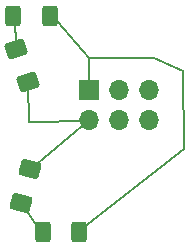
<source format=gbl>
%TF.GenerationSoftware,KiCad,Pcbnew,(6.99.0-2452-gdb4f2d9dd8)*%
%TF.CreationDate,2022-07-19T04:59:32+04:00*%
%TF.ProjectId,jwtelescope,6a777465-6c65-4736-936f-70652e6b6963,rev?*%
%TF.SameCoordinates,Original*%
%TF.FileFunction,Copper,L2,Bot*%
%TF.FilePolarity,Positive*%
%FSLAX46Y46*%
G04 Gerber Fmt 4.6, Leading zero omitted, Abs format (unit mm)*
G04 Created by KiCad (PCBNEW (6.99.0-2452-gdb4f2d9dd8)) date 2022-07-19 04:59:32*
%MOMM*%
%LPD*%
G01*
G04 APERTURE LIST*
G04 Aperture macros list*
%AMRoundRect*
0 Rectangle with rounded corners*
0 $1 Rounding radius*
0 $2 $3 $4 $5 $6 $7 $8 $9 X,Y pos of 4 corners*
0 Add a 4 corners polygon primitive as box body*
4,1,4,$2,$3,$4,$5,$6,$7,$8,$9,$2,$3,0*
0 Add four circle primitives for the rounded corners*
1,1,$1+$1,$2,$3*
1,1,$1+$1,$4,$5*
1,1,$1+$1,$6,$7*
1,1,$1+$1,$8,$9*
0 Add four rect primitives between the rounded corners*
20,1,$1+$1,$2,$3,$4,$5,0*
20,1,$1+$1,$4,$5,$6,$7,0*
20,1,$1+$1,$6,$7,$8,$9,0*
20,1,$1+$1,$8,$9,$2,$3,0*%
G04 Aperture macros list end*
%TA.AperFunction,NonConductor*%
%ADD10C,0.200000*%
%TD*%
%TA.AperFunction,SMDPad,CuDef*%
%ADD11RoundRect,0.250000X-0.400000X-0.625000X0.400000X-0.625000X0.400000X0.625000X-0.400000X0.625000X0*%
%TD*%
%TA.AperFunction,ComponentPad*%
%ADD12R,1.700000X1.700000*%
%TD*%
%TA.AperFunction,ComponentPad*%
%ADD13O,1.700000X1.700000*%
%TD*%
%TA.AperFunction,SMDPad,CuDef*%
%ADD14RoundRect,0.250001X0.483999X-0.608501X0.723406X0.284978X-0.483999X0.608501X-0.723406X-0.284978X0*%
%TD*%
%TA.AperFunction,SMDPad,CuDef*%
%ADD15RoundRect,0.250001X0.741523X-0.233822X0.440373X0.640781X-0.741523X0.233822X-0.440373X-0.640781X0*%
%TD*%
%TA.AperFunction,SMDPad,CuDef*%
%ADD16RoundRect,0.250000X0.400000X0.625000X-0.400000X0.625000X-0.400000X-0.625000X0.400000X-0.625000X0*%
%TD*%
G04 APERTURE END LIST*
D10*
X95900000Y-36600000D02*
X99100000Y-40300000D01*
X99100000Y-40300000D02*
X99100000Y-42700000D01*
X94000000Y-45700000D02*
X99000000Y-45600000D01*
X94000000Y-45700000D02*
X93900000Y-42400000D01*
X93300000Y-52600000D02*
X93300000Y-52600000D01*
X95100000Y-55100000D02*
X93300000Y-52600000D01*
X107000000Y-41300000D02*
X107100000Y-48000000D01*
X93000000Y-39500000D02*
X92700000Y-36700000D01*
X107000000Y-41400000D02*
X104600000Y-40300000D01*
X104600000Y-40300000D02*
X99100000Y-40300000D01*
X94200000Y-49700000D02*
X99000000Y-45600000D01*
X107100000Y-48000000D02*
X98200000Y-54900000D01*
D11*
X95150000Y-55000000D03*
X98250000Y-55000000D03*
D12*
X99059999Y-43029999D03*
D13*
X99059999Y-45569999D03*
X101599999Y-43029999D03*
X101599999Y-45569999D03*
X104139999Y-43029999D03*
X104139999Y-45569999D03*
D14*
X93315007Y-52536815D03*
X94084993Y-49663185D03*
D15*
X93884283Y-42306459D03*
X92915717Y-39493541D03*
D16*
X95750000Y-36700000D03*
X92650000Y-36700000D03*
M02*

</source>
